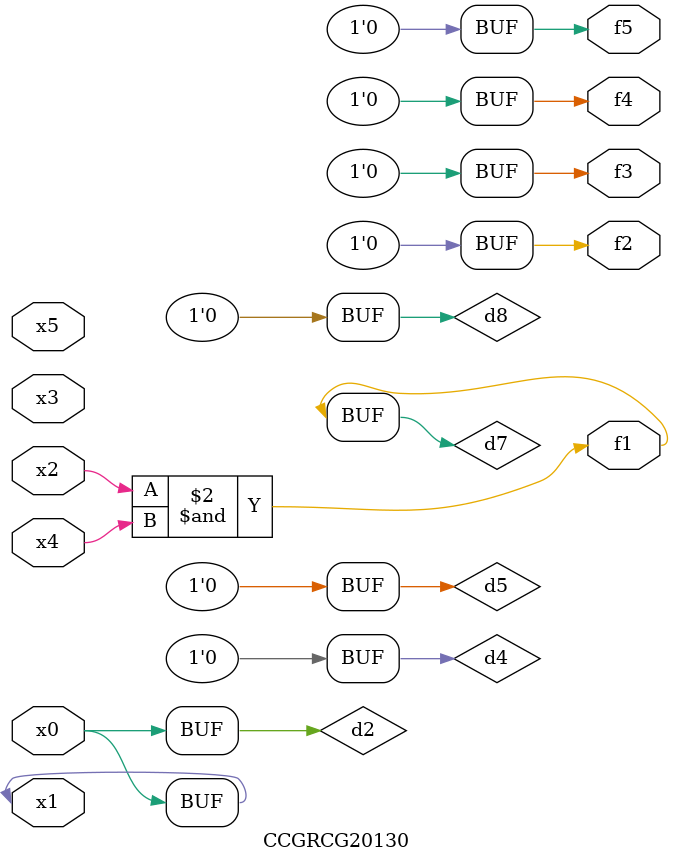
<source format=v>
module CCGRCG20130(
	input x0, x1, x2, x3, x4, x5,
	output f1, f2, f3, f4, f5
);

	wire d1, d2, d3, d4, d5, d6, d7, d8, d9;

	nand (d1, x1);
	buf (d2, x0, x1);
	nand (d3, x2, x4);
	and (d4, d1, d2);
	and (d5, d1, d2);
	nand (d6, d1, d3);
	not (d7, d3);
	xor (d8, d5);
	nor (d9, d5, d6);
	assign f1 = d7;
	assign f2 = d8;
	assign f3 = d8;
	assign f4 = d8;
	assign f5 = d8;
endmodule

</source>
